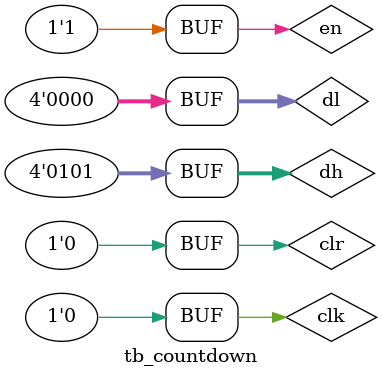
<source format=v>
`timescale 1ns / 1ps


module tb_countdown();
reg clk,clr,en; //clkÊ±ÖÓÐÅºÅ£¬clrÒì²½ÇåÁã£¬peÍ¬²½ÖÃÊý£¬enÊ¹ÄÜ£»ËùÓÐÐÅºÅ¸ßµçorÉÏÉýÑØÆ½ÓÐÐ§
reg [3:0] dh; //ÖÃÊý
reg [3:0] dl;
wire tick; 
wire [3:0] qh;
wire [3:0] ql;

countdown_double #(.DVSR(5))
tb_countdown_double
(
.clk(clk),
.clr(clr),
.en(en),
.dh(dh),
.dl(dl),
.tick(tick),
.qh(qh),
.ql(ql)
);

parameter T = 4;

always begin
    clk = 1'b1;
    #(T/2);
    clk = 1'b0;
    #(T/2);
end

initial begin
    clr = 1'b1;
    en = 1'b0;
    dh = 4'h5;
    dl = 4'h0;
    #(5.1*T);
    en = 1'b1;
    #(T);
    clr = 1'b0;
    
end


endmodule

</source>
